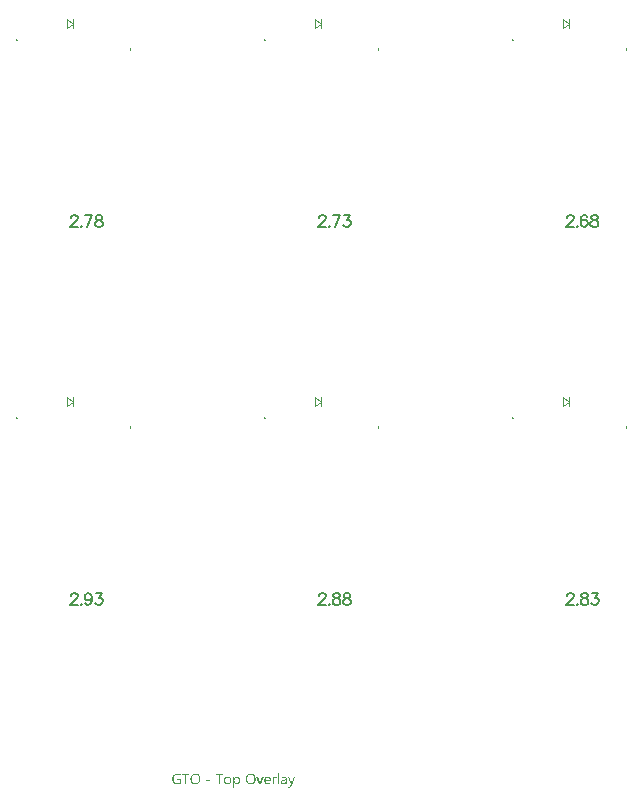
<source format=gto>
G04*
G04 #@! TF.GenerationSoftware,Altium Limited,Altium Designer,21.9.2 (33)*
G04*
G04 Layer_Color=65535*
%FSAX26Y26*%
%MOIN*%
G70*
G04*
G04 #@! TF.SameCoordinates,A79AF696-8D6D-4074-B618-5125023845C1*
G04*
G04*
G04 #@! TF.FilePolarity,Positive*
G04*
G01*
G75*
%ADD24C,0.005906*%
%ADD37C,0.006299*%
%ADD38C,0.003937*%
G36*
X-00034866Y-00798432D02*
X-00034371Y-00798463D01*
X-00033784Y-00798494D01*
X-00033166Y-00798556D01*
X-00032456Y-00798649D01*
X-00031714Y-00798741D01*
X-00030942Y-00798865D01*
X-00030138Y-00799019D01*
X-00029335Y-00799205D01*
X-00028531Y-00799421D01*
X-00027728Y-00799668D01*
X-00026924Y-00799946D01*
X-00026183Y-00800286D01*
X-00026183Y-00804829D01*
X-00026245Y-00804798D01*
X-00026368Y-00804705D01*
X-00026616Y-00804581D01*
X-00026924Y-00804396D01*
X-00027357Y-00804211D01*
X-00027852Y-00803963D01*
X-00028408Y-00803747D01*
X-00029057Y-00803469D01*
X-00029736Y-00803222D01*
X-00030509Y-00802975D01*
X-00031343Y-00802758D01*
X-00032239Y-00802573D01*
X-00033197Y-00802388D01*
X-00034186Y-00802264D01*
X-00035206Y-00802171D01*
X-00036287Y-00802140D01*
X-00036534Y-00802140D01*
X-00036843Y-00802171D01*
X-00037276Y-00802202D01*
X-00037770Y-00802264D01*
X-00038358Y-00802357D01*
X-00039006Y-00802480D01*
X-00039717Y-00802635D01*
X-00040459Y-00802851D01*
X-00041231Y-00803129D01*
X-00042035Y-00803469D01*
X-00042869Y-00803871D01*
X-00043672Y-00804334D01*
X-00044445Y-00804860D01*
X-00045217Y-00805508D01*
X-00045959Y-00806219D01*
X-00045990Y-00806250D01*
X-00046113Y-00806404D01*
X-00046299Y-00806621D01*
X-00046546Y-00806961D01*
X-00046824Y-00807362D01*
X-00047164Y-00807826D01*
X-00047504Y-00808413D01*
X-00047844Y-00809062D01*
X-00048184Y-00809773D01*
X-00048524Y-00810576D01*
X-00048864Y-00811441D01*
X-00049142Y-00812368D01*
X-00049389Y-00813357D01*
X-00049574Y-00814408D01*
X-00049698Y-00815551D01*
X-00049729Y-00816725D01*
X-00049729Y-00816756D01*
X-00049729Y-00816787D01*
X-00049729Y-00816880D01*
X-00049729Y-00817003D01*
X-00049729Y-00817189D01*
X-00049698Y-00817374D01*
X-00049667Y-00817837D01*
X-00049636Y-00818394D01*
X-00049543Y-00819043D01*
X-00049451Y-00819753D01*
X-00049296Y-00820526D01*
X-00049111Y-00821360D01*
X-00048864Y-00822225D01*
X-00048585Y-00823091D01*
X-00048245Y-00823987D01*
X-00047844Y-00824852D01*
X-00047380Y-00825686D01*
X-00046855Y-00826490D01*
X-00046237Y-00827231D01*
X-00046206Y-00827262D01*
X-00046083Y-00827386D01*
X-00045866Y-00827571D01*
X-00045588Y-00827818D01*
X-00045248Y-00828096D01*
X-00044816Y-00828436D01*
X-00044321Y-00828776D01*
X-00043734Y-00829116D01*
X-00043085Y-00829487D01*
X-00042374Y-00829827D01*
X-00041602Y-00830136D01*
X-00040737Y-00830445D01*
X-00039841Y-00830692D01*
X-00038852Y-00830877D01*
X-00037832Y-00831001D01*
X-00036720Y-00831032D01*
X-00036318Y-00831032D01*
X-00036040Y-00831001D01*
X-00035669Y-00830970D01*
X-00035267Y-00830939D01*
X-00034804Y-00830908D01*
X-00034279Y-00830816D01*
X-00033753Y-00830754D01*
X-00033166Y-00830630D01*
X-00031992Y-00830352D01*
X-00031374Y-00830167D01*
X-00030787Y-00829919D01*
X-00030200Y-00829672D01*
X-00029613Y-00829394D01*
X-00029613Y-00819537D01*
X-00037307Y-00819537D01*
X-00037307Y-00815798D01*
X-00025472Y-00815798D01*
X-00025472Y-00831742D01*
X-00025534Y-00831773D01*
X-00025719Y-00831866D01*
X-00025997Y-00832021D01*
X-00026399Y-00832206D01*
X-00026894Y-00832422D01*
X-00027481Y-00832669D01*
X-00028160Y-00832948D01*
X-00028933Y-00833226D01*
X-00029767Y-00833504D01*
X-00030694Y-00833782D01*
X-00031652Y-00834029D01*
X-00032672Y-00834245D01*
X-00033753Y-00834431D01*
X-00034897Y-00834585D01*
X-00036040Y-00834678D01*
X-00037245Y-00834709D01*
X-00037585Y-00834709D01*
X-00037739Y-00834678D01*
X-00037956Y-00834678D01*
X-00038203Y-00834647D01*
X-00038481Y-00834647D01*
X-00039130Y-00834554D01*
X-00039872Y-00834462D01*
X-00040675Y-00834307D01*
X-00041571Y-00834091D01*
X-00042529Y-00833844D01*
X-00043518Y-00833535D01*
X-00044538Y-00833133D01*
X-00045557Y-00832669D01*
X-00046577Y-00832113D01*
X-00047566Y-00831464D01*
X-00048524Y-00830723D01*
X-00049420Y-00829889D01*
X-00049481Y-00829827D01*
X-00049605Y-00829672D01*
X-00049852Y-00829394D01*
X-00050130Y-00828992D01*
X-00050501Y-00828529D01*
X-00050872Y-00827942D01*
X-00051305Y-00827231D01*
X-00051737Y-00826459D01*
X-00052170Y-00825593D01*
X-00052602Y-00824605D01*
X-00052973Y-00823554D01*
X-00053344Y-00822411D01*
X-00053622Y-00821206D01*
X-00053869Y-00819877D01*
X-00053993Y-00818486D01*
X-00054055Y-00817034D01*
X-00054055Y-00817003D01*
X-00054055Y-00816941D01*
X-00054055Y-00816818D01*
X-00054055Y-00816663D01*
X-00054024Y-00816478D01*
X-00054024Y-00816231D01*
X-00053993Y-00815984D01*
X-00053962Y-00815674D01*
X-00053931Y-00815335D01*
X-00053900Y-00814995D01*
X-00053777Y-00814191D01*
X-00053622Y-00813264D01*
X-00053406Y-00812306D01*
X-00053128Y-00811256D01*
X-00052788Y-00810174D01*
X-00052386Y-00809062D01*
X-00051892Y-00807949D01*
X-00051274Y-00806837D01*
X-00050594Y-00805725D01*
X-00049791Y-00804674D01*
X-00048894Y-00803654D01*
X-00048833Y-00803593D01*
X-00048647Y-00803438D01*
X-00048369Y-00803160D01*
X-00047967Y-00802820D01*
X-00047442Y-00802449D01*
X-00046855Y-00801986D01*
X-00046144Y-00801522D01*
X-00045310Y-00801028D01*
X-00044414Y-00800534D01*
X-00043425Y-00800070D01*
X-00042374Y-00799606D01*
X-00041200Y-00799236D01*
X-00039964Y-00798896D01*
X-00038666Y-00798618D01*
X-00037276Y-00798463D01*
X-00035824Y-00798401D01*
X-00035267Y-00798401D01*
X-00034866Y-00798432D01*
X-00034866Y-00798432D02*
G37*
G36*
X00162771Y-00808475D02*
X00163111Y-00808506D01*
X00163512Y-00808537D01*
X00163976Y-00808629D01*
X00164501Y-00808722D01*
X00165088Y-00808876D01*
X00165675Y-00809062D01*
X00166293Y-00809278D01*
X00166911Y-00809556D01*
X00167560Y-00809865D01*
X00168178Y-00810267D01*
X00168765Y-00810731D01*
X00169352Y-00811256D01*
X00169878Y-00811843D01*
X00169909Y-00811874D01*
X00170001Y-00811997D01*
X00170125Y-00812183D01*
X00170310Y-00812461D01*
X00170496Y-00812801D01*
X00170743Y-00813202D01*
X00170990Y-00813697D01*
X00171237Y-00814222D01*
X00171484Y-00814840D01*
X00171732Y-00815520D01*
X00171979Y-00816262D01*
X00172164Y-00817065D01*
X00172350Y-00817930D01*
X00172473Y-00818857D01*
X00172566Y-00819846D01*
X00172597Y-00820866D01*
X00172597Y-00820897D01*
X00172597Y-00820928D01*
X00172597Y-00821020D01*
X00172597Y-00821144D01*
X00172566Y-00821484D01*
X00172535Y-00821916D01*
X00172504Y-00822442D01*
X00172442Y-00823060D01*
X00172350Y-00823739D01*
X00172226Y-00824481D01*
X00172041Y-00825254D01*
X00171855Y-00826088D01*
X00171608Y-00826922D01*
X00171299Y-00827756D01*
X00170959Y-00828591D01*
X00170557Y-00829425D01*
X00170063Y-00830197D01*
X00169538Y-00830939D01*
X00169507Y-00830970D01*
X00169383Y-00831094D01*
X00169229Y-00831279D01*
X00168982Y-00831526D01*
X00168673Y-00831804D01*
X00168302Y-00832144D01*
X00167838Y-00832484D01*
X00167344Y-00832824D01*
X00166788Y-00833164D01*
X00166139Y-00833504D01*
X00165459Y-00833844D01*
X00164717Y-00834122D01*
X00163914Y-00834369D01*
X00163049Y-00834554D01*
X00162122Y-00834678D01*
X00161164Y-00834709D01*
X00160947Y-00834709D01*
X00160700Y-00834678D01*
X00160360Y-00834647D01*
X00159959Y-00834585D01*
X00159495Y-00834493D01*
X00158970Y-00834369D01*
X00158383Y-00834184D01*
X00157796Y-00833967D01*
X00157178Y-00833689D01*
X00156560Y-00833349D01*
X00155911Y-00832948D01*
X00155293Y-00832453D01*
X00154706Y-00831897D01*
X00154149Y-00831248D01*
X00153624Y-00830506D01*
X00153531Y-00830506D01*
X00153531Y-00845648D01*
X00149514Y-00845648D01*
X00149514Y-00809031D01*
X00153531Y-00809031D01*
X00153531Y-00813450D01*
X00153624Y-00813450D01*
X00153655Y-00813388D01*
X00153779Y-00813233D01*
X00153933Y-00812986D01*
X00154180Y-00812677D01*
X00154489Y-00812275D01*
X00154860Y-00811874D01*
X00155324Y-00811410D01*
X00155818Y-00810947D01*
X00156405Y-00810483D01*
X00157054Y-00810020D01*
X00157765Y-00809618D01*
X00158537Y-00809216D01*
X00159372Y-00808907D01*
X00160299Y-00808660D01*
X00161256Y-00808506D01*
X00162307Y-00808444D01*
X00162523Y-00808444D01*
X00162771Y-00808475D01*
X00162771Y-00808475D02*
G37*
G36*
X00292118Y-00808629D02*
X00292458Y-00808629D01*
X00292829Y-00808691D01*
X00293230Y-00808753D01*
X00293632Y-00808815D01*
X00293972Y-00808938D01*
X00293972Y-00813110D01*
X00293910Y-00813079D01*
X00293787Y-00812986D01*
X00293539Y-00812863D01*
X00293200Y-00812708D01*
X00292736Y-00812554D01*
X00292242Y-00812430D01*
X00291624Y-00812337D01*
X00290913Y-00812306D01*
X00290666Y-00812306D01*
X00290480Y-00812337D01*
X00290264Y-00812368D01*
X00290017Y-00812430D01*
X00289430Y-00812615D01*
X00289090Y-00812739D01*
X00288750Y-00812894D01*
X00288379Y-00813110D01*
X00288008Y-00813326D01*
X00287668Y-00813604D01*
X00287298Y-00813944D01*
X00286958Y-00814315D01*
X00286618Y-00814747D01*
X00286587Y-00814778D01*
X00286556Y-00814871D01*
X00286463Y-00814995D01*
X00286340Y-00815180D01*
X00286216Y-00815427D01*
X00286062Y-00815736D01*
X00285907Y-00816076D01*
X00285753Y-00816478D01*
X00285598Y-00816910D01*
X00285444Y-00817405D01*
X00285289Y-00817961D01*
X00285166Y-00818548D01*
X00285042Y-00819197D01*
X00284949Y-00819877D01*
X00284918Y-00820588D01*
X00284887Y-00821360D01*
X00284887Y-00834122D01*
X00280870Y-00834122D01*
X00280870Y-00809031D01*
X00284887Y-00809031D01*
X00284887Y-00814222D01*
X00284980Y-00814222D01*
X00284980Y-00814191D01*
X00285011Y-00814099D01*
X00285073Y-00813975D01*
X00285135Y-00813790D01*
X00285227Y-00813573D01*
X00285351Y-00813295D01*
X00285629Y-00812708D01*
X00286000Y-00812028D01*
X00286463Y-00811348D01*
X00286989Y-00810700D01*
X00287607Y-00810082D01*
X00287637Y-00810051D01*
X00287699Y-00810020D01*
X00287792Y-00809958D01*
X00287916Y-00809834D01*
X00288070Y-00809742D01*
X00288286Y-00809618D01*
X00288750Y-00809340D01*
X00289337Y-00809062D01*
X00290017Y-00808815D01*
X00290758Y-00808660D01*
X00291160Y-00808629D01*
X00291562Y-00808598D01*
X00291809Y-00808598D01*
X00292118Y-00808629D01*
X00292118Y-00808629D02*
G37*
G36*
X00072852Y-00821731D02*
X00059472Y-00821731D01*
X00059472Y-00818579D01*
X00072852Y-00818579D01*
X00072852Y-00821731D01*
X00072852Y-00821731D02*
G37*
G36*
X00344432Y-00838139D02*
X00344432Y-00838170D01*
X00344401Y-00838231D01*
X00344339Y-00838324D01*
X00344277Y-00838479D01*
X00344215Y-00838664D01*
X00344123Y-00838850D01*
X00343875Y-00839344D01*
X00343536Y-00839931D01*
X00343165Y-00840611D01*
X00342701Y-00841291D01*
X00342176Y-00842032D01*
X00341589Y-00842743D01*
X00340940Y-00843454D01*
X00340229Y-00844133D01*
X00339457Y-00844721D01*
X00338623Y-00845215D01*
X00338190Y-00845400D01*
X00337726Y-00845586D01*
X00337263Y-00845740D01*
X00336769Y-00845833D01*
X00336274Y-00845895D01*
X00335749Y-00845926D01*
X00335502Y-00845926D01*
X00335193Y-00845895D01*
X00334822Y-00845895D01*
X00334420Y-00845833D01*
X00333988Y-00845771D01*
X00333524Y-00845709D01*
X00333122Y-00845586D01*
X00333122Y-00842001D01*
X00333184Y-00842032D01*
X00333339Y-00842063D01*
X00333586Y-00842125D01*
X00333895Y-00842218D01*
X00334266Y-00842310D01*
X00334667Y-00842372D01*
X00335100Y-00842403D01*
X00335502Y-00842434D01*
X00335625Y-00842434D01*
X00335780Y-00842403D01*
X00335996Y-00842372D01*
X00336243Y-00842310D01*
X00336552Y-00842249D01*
X00336861Y-00842125D01*
X00337232Y-00841970D01*
X00337572Y-00841785D01*
X00337974Y-00841538D01*
X00338344Y-00841260D01*
X00338715Y-00840920D01*
X00339086Y-00840487D01*
X00339457Y-00840024D01*
X00339766Y-00839467D01*
X00340075Y-00838819D01*
X00342083Y-00834091D01*
X00332288Y-00809031D01*
X00336738Y-00809031D01*
X00343536Y-00828343D01*
X00343536Y-00828374D01*
X00343567Y-00828436D01*
X00343597Y-00828529D01*
X00343659Y-00828714D01*
X00343721Y-00828962D01*
X00343783Y-00829301D01*
X00343906Y-00829734D01*
X00344030Y-00830259D01*
X00344185Y-00830259D01*
X00344185Y-00830228D01*
X00344215Y-00830136D01*
X00344246Y-00830012D01*
X00344308Y-00829796D01*
X00344370Y-00829549D01*
X00344432Y-00829240D01*
X00344555Y-00828838D01*
X00344679Y-00828405D01*
X00351817Y-00809031D01*
X00355957Y-00809031D01*
X00344432Y-00838139D01*
X00344432Y-00838139D02*
G37*
G36*
X00240330Y-00834122D02*
X00236374Y-00834122D01*
X00226888Y-00809031D01*
X00231276Y-00809031D01*
X00237672Y-00827262D01*
X00237672Y-00827293D01*
X00237703Y-00827355D01*
X00237734Y-00827447D01*
X00237796Y-00827602D01*
X00237858Y-00827787D01*
X00237919Y-00827973D01*
X00238043Y-00828467D01*
X00238197Y-00828992D01*
X00238352Y-00829580D01*
X00238445Y-00830197D01*
X00238537Y-00830785D01*
X00238630Y-00830785D01*
X00238630Y-00830754D01*
X00238630Y-00830692D01*
X00238661Y-00830599D01*
X00238692Y-00830476D01*
X00238692Y-00830290D01*
X00238754Y-00830105D01*
X00238815Y-00829641D01*
X00238939Y-00829116D01*
X00239063Y-00828560D01*
X00239248Y-00827973D01*
X00239434Y-00827386D01*
X00246077Y-00809031D01*
X00250310Y-00809031D01*
X00240330Y-00834122D01*
X00240330Y-00834122D02*
G37*
G36*
X00319959Y-00808475D02*
X00320175Y-00808475D01*
X00320392Y-00808506D01*
X00320670Y-00808537D01*
X00320979Y-00808598D01*
X00321627Y-00808722D01*
X00322400Y-00808938D01*
X00323173Y-00809216D01*
X00324007Y-00809618D01*
X00324841Y-00810112D01*
X00325243Y-00810391D01*
X00325644Y-00810731D01*
X00326015Y-00811101D01*
X00326386Y-00811472D01*
X00326726Y-00811905D01*
X00327035Y-00812399D01*
X00327344Y-00812894D01*
X00327622Y-00813450D01*
X00327838Y-00814068D01*
X00328055Y-00814717D01*
X00328209Y-00815396D01*
X00328333Y-00816169D01*
X00328395Y-00816941D01*
X00328425Y-00817807D01*
X00328425Y-00834122D01*
X00324409Y-00834122D01*
X00324409Y-00830228D01*
X00324316Y-00830228D01*
X00324285Y-00830290D01*
X00324192Y-00830414D01*
X00324038Y-00830630D01*
X00323821Y-00830939D01*
X00323543Y-00831279D01*
X00323203Y-00831650D01*
X00322833Y-00832052D01*
X00322369Y-00832453D01*
X00321844Y-00832886D01*
X00321288Y-00833288D01*
X00320639Y-00833658D01*
X00319959Y-00833998D01*
X00319186Y-00834307D01*
X00318383Y-00834524D01*
X00317518Y-00834647D01*
X00316591Y-00834709D01*
X00316220Y-00834709D01*
X00315973Y-00834678D01*
X00315664Y-00834647D01*
X00315293Y-00834616D01*
X00314891Y-00834554D01*
X00314459Y-00834462D01*
X00313501Y-00834215D01*
X00313037Y-00834060D01*
X00312543Y-00833875D01*
X00312048Y-00833658D01*
X00311585Y-00833380D01*
X00311152Y-00833071D01*
X00310720Y-00832731D01*
X00310689Y-00832700D01*
X00310627Y-00832639D01*
X00310534Y-00832515D01*
X00310380Y-00832361D01*
X00310225Y-00832175D01*
X00310071Y-00831928D01*
X00309855Y-00831650D01*
X00309669Y-00831341D01*
X00309484Y-00830970D01*
X00309298Y-00830568D01*
X00309113Y-00830136D01*
X00308959Y-00829672D01*
X00308804Y-00829178D01*
X00308711Y-00828653D01*
X00308649Y-00828065D01*
X00308619Y-00827478D01*
X00308619Y-00827447D01*
X00308619Y-00827386D01*
X00308619Y-00827293D01*
X00308649Y-00827169D01*
X00308649Y-00827015D01*
X00308680Y-00826829D01*
X00308742Y-00826366D01*
X00308866Y-00825810D01*
X00309051Y-00825192D01*
X00309298Y-00824512D01*
X00309669Y-00823801D01*
X00310102Y-00823091D01*
X00310627Y-00822380D01*
X00310967Y-00822040D01*
X00311307Y-00821700D01*
X00311709Y-00821360D01*
X00312110Y-00821051D01*
X00312574Y-00820742D01*
X00313068Y-00820464D01*
X00313594Y-00820217D01*
X00314181Y-00819970D01*
X00314799Y-00819753D01*
X00315447Y-00819568D01*
X00316158Y-00819413D01*
X00316900Y-00819290D01*
X00324409Y-00818239D01*
X00324409Y-00818208D01*
X00324409Y-00818177D01*
X00324409Y-00818085D01*
X00324409Y-00817961D01*
X00324378Y-00817652D01*
X00324316Y-00817250D01*
X00324254Y-00816756D01*
X00324130Y-00816200D01*
X00323976Y-00815644D01*
X00323760Y-00815026D01*
X00323481Y-00814438D01*
X00323142Y-00813851D01*
X00322740Y-00813326D01*
X00322245Y-00812832D01*
X00321627Y-00812430D01*
X00320948Y-00812121D01*
X00320577Y-00811997D01*
X00320144Y-00811905D01*
X00319712Y-00811874D01*
X00319248Y-00811843D01*
X00319032Y-00811843D01*
X00318816Y-00811874D01*
X00318476Y-00811905D01*
X00318074Y-00811936D01*
X00317611Y-00811997D01*
X00317085Y-00812090D01*
X00316529Y-00812214D01*
X00315911Y-00812399D01*
X00315262Y-00812585D01*
X00314582Y-00812832D01*
X00313872Y-00813141D01*
X00313161Y-00813511D01*
X00312450Y-00813913D01*
X00311740Y-00814377D01*
X00311060Y-00814933D01*
X00311060Y-00810823D01*
X00311091Y-00810792D01*
X00311214Y-00810731D01*
X00311430Y-00810607D01*
X00311709Y-00810452D01*
X00312079Y-00810267D01*
X00312481Y-00810082D01*
X00312976Y-00809865D01*
X00313532Y-00809618D01*
X00314119Y-00809402D01*
X00314768Y-00809186D01*
X00315478Y-00809000D01*
X00316220Y-00808815D01*
X00317023Y-00808660D01*
X00317827Y-00808537D01*
X00318692Y-00808475D01*
X00319588Y-00808444D01*
X00319804Y-00808444D01*
X00319959Y-00808475D01*
X00319959Y-00808475D02*
G37*
G36*
X00302346Y-00834122D02*
X00298329Y-00834122D01*
X00298329Y-00796980D01*
X00302346Y-00796980D01*
X00302346Y-00834122D01*
X00302346Y-00834122D02*
G37*
G36*
X00115123Y-00802727D02*
X00104988Y-00802727D01*
X00104988Y-00834122D01*
X00100878Y-00834122D01*
X00100878Y-00802727D01*
X00090743Y-00802727D01*
X00090743Y-00798989D01*
X00115123Y-00798989D01*
X00115123Y-00802727D01*
X00115123Y-00802727D02*
G37*
G36*
X00003450Y-00802727D02*
X-00006685Y-00802727D01*
X-00006685Y-00834122D01*
X-00010795Y-00834122D01*
X-00010795Y-00802727D01*
X-00020930Y-00802727D01*
X-00020930Y-00798989D01*
X00003450Y-00798989D01*
X00003450Y-00802727D01*
X00003450Y-00802727D02*
G37*
G36*
X00264957Y-00808475D02*
X00265297Y-00808506D01*
X00265729Y-00808537D01*
X00266193Y-00808598D01*
X00266718Y-00808722D01*
X00267274Y-00808846D01*
X00267892Y-00809000D01*
X00268510Y-00809216D01*
X00269128Y-00809495D01*
X00269777Y-00809803D01*
X00270395Y-00810174D01*
X00270982Y-00810607D01*
X00271570Y-00811101D01*
X00272095Y-00811658D01*
X00272126Y-00811688D01*
X00272218Y-00811812D01*
X00272342Y-00811997D01*
X00272527Y-00812245D01*
X00272713Y-00812554D01*
X00272960Y-00812955D01*
X00273207Y-00813419D01*
X00273454Y-00813944D01*
X00273702Y-00814562D01*
X00273949Y-00815211D01*
X00274196Y-00815953D01*
X00274381Y-00816725D01*
X00274567Y-00817590D01*
X00274690Y-00818486D01*
X00274783Y-00819475D01*
X00274814Y-00820495D01*
X00274814Y-00822596D01*
X00257077Y-00822596D01*
X00257077Y-00822658D01*
X00257077Y-00822782D01*
X00257108Y-00822998D01*
X00257139Y-00823276D01*
X00257170Y-00823647D01*
X00257232Y-00824048D01*
X00257294Y-00824481D01*
X00257417Y-00824975D01*
X00257695Y-00826026D01*
X00257881Y-00826551D01*
X00258097Y-00827107D01*
X00258344Y-00827633D01*
X00258622Y-00828158D01*
X00258962Y-00828622D01*
X00259333Y-00829085D01*
X00259364Y-00829116D01*
X00259426Y-00829178D01*
X00259549Y-00829301D01*
X00259735Y-00829425D01*
X00259951Y-00829610D01*
X00260229Y-00829796D01*
X00260538Y-00830012D01*
X00260878Y-00830197D01*
X00261280Y-00830414D01*
X00261743Y-00830630D01*
X00262207Y-00830816D01*
X00262763Y-00831001D01*
X00263319Y-00831125D01*
X00263937Y-00831248D01*
X00264586Y-00831310D01*
X00265266Y-00831341D01*
X00265451Y-00831341D01*
X00265668Y-00831310D01*
X00265977Y-00831310D01*
X00266347Y-00831248D01*
X00266780Y-00831186D01*
X00267274Y-00831094D01*
X00267831Y-00831001D01*
X00268418Y-00830846D01*
X00269036Y-00830661D01*
X00269685Y-00830445D01*
X00270334Y-00830167D01*
X00271013Y-00829858D01*
X00271693Y-00829487D01*
X00272373Y-00829054D01*
X00273053Y-00828560D01*
X00273053Y-00832330D01*
X00273022Y-00832361D01*
X00272898Y-00832422D01*
X00272713Y-00832546D01*
X00272466Y-00832700D01*
X00272126Y-00832886D01*
X00271724Y-00833071D01*
X00271260Y-00833288D01*
X00270735Y-00833504D01*
X00270117Y-00833751D01*
X00269468Y-00833967D01*
X00268758Y-00834153D01*
X00267985Y-00834338D01*
X00267151Y-00834493D01*
X00266255Y-00834616D01*
X00265297Y-00834678D01*
X00264308Y-00834709D01*
X00264061Y-00834709D01*
X00263814Y-00834678D01*
X00263443Y-00834647D01*
X00262979Y-00834616D01*
X00262454Y-00834524D01*
X00261898Y-00834431D01*
X00261280Y-00834276D01*
X00260631Y-00834091D01*
X00259951Y-00833875D01*
X00259240Y-00833596D01*
X00258561Y-00833288D01*
X00257850Y-00832886D01*
X00257201Y-00832422D01*
X00256552Y-00831897D01*
X00255965Y-00831310D01*
X00255934Y-00831279D01*
X00255841Y-00831155D01*
X00255687Y-00830939D01*
X00255501Y-00830661D01*
X00255254Y-00830321D01*
X00255007Y-00829889D01*
X00254729Y-00829394D01*
X00254451Y-00828807D01*
X00254173Y-00828189D01*
X00253895Y-00827447D01*
X00253648Y-00826675D01*
X00253400Y-00825810D01*
X00253215Y-00824883D01*
X00253060Y-00823894D01*
X00252968Y-00822812D01*
X00252937Y-00821700D01*
X00252937Y-00821669D01*
X00252937Y-00821638D01*
X00252937Y-00821545D01*
X00252937Y-00821453D01*
X00252968Y-00821144D01*
X00252999Y-00820711D01*
X00253030Y-00820217D01*
X00253122Y-00819661D01*
X00253215Y-00819012D01*
X00253339Y-00818301D01*
X00253524Y-00817559D01*
X00253740Y-00816787D01*
X00254018Y-00815984D01*
X00254327Y-00815180D01*
X00254698Y-00814408D01*
X00255162Y-00813604D01*
X00255656Y-00812863D01*
X00256243Y-00812152D01*
X00256274Y-00812121D01*
X00256398Y-00811997D01*
X00256583Y-00811812D01*
X00256830Y-00811565D01*
X00257170Y-00811287D01*
X00257572Y-00810978D01*
X00258004Y-00810638D01*
X00258530Y-00810298D01*
X00259086Y-00809958D01*
X00259735Y-00809618D01*
X00260415Y-00809309D01*
X00261125Y-00809031D01*
X00261898Y-00808784D01*
X00262732Y-00808598D01*
X00263597Y-00808475D01*
X00264493Y-00808444D01*
X00264710Y-00808444D01*
X00264957Y-00808475D01*
X00264957Y-00808475D02*
G37*
G36*
X00208564Y-00798432D02*
X00208781Y-00798432D01*
X00208997Y-00798463D01*
X00209275Y-00798463D01*
X00209893Y-00798556D01*
X00210604Y-00798649D01*
X00211407Y-00798803D01*
X00212272Y-00799019D01*
X00213168Y-00799267D01*
X00214126Y-00799606D01*
X00215084Y-00800008D01*
X00216073Y-00800472D01*
X00217062Y-00801028D01*
X00217989Y-00801677D01*
X00218916Y-00802449D01*
X00219781Y-00803314D01*
X00219843Y-00803376D01*
X00219966Y-00803531D01*
X00220183Y-00803809D01*
X00220492Y-00804211D01*
X00220801Y-00804705D01*
X00221202Y-00805292D01*
X00221604Y-00805972D01*
X00222006Y-00806744D01*
X00222408Y-00807640D01*
X00222809Y-00808598D01*
X00223211Y-00809649D01*
X00223551Y-00810792D01*
X00223829Y-00812028D01*
X00224045Y-00813326D01*
X00224169Y-00814686D01*
X00224231Y-00816138D01*
X00224231Y-00816169D01*
X00224231Y-00816231D01*
X00224231Y-00816354D01*
X00224231Y-00816509D01*
X00224200Y-00816725D01*
X00224200Y-00816972D01*
X00224169Y-00817250D01*
X00224169Y-00817559D01*
X00224138Y-00817899D01*
X00224107Y-00818270D01*
X00223983Y-00819104D01*
X00223860Y-00820062D01*
X00223674Y-00821051D01*
X00223427Y-00822133D01*
X00223118Y-00823245D01*
X00222748Y-00824357D01*
X00222315Y-00825501D01*
X00221790Y-00826613D01*
X00221172Y-00827726D01*
X00220461Y-00828745D01*
X00219657Y-00829734D01*
X00219596Y-00829796D01*
X00219441Y-00829950D01*
X00219194Y-00830197D01*
X00218823Y-00830506D01*
X00218360Y-00830877D01*
X00217804Y-00831310D01*
X00217185Y-00831742D01*
X00216444Y-00832206D01*
X00215610Y-00832669D01*
X00214683Y-00833133D01*
X00213694Y-00833566D01*
X00212612Y-00833936D01*
X00211438Y-00834245D01*
X00210202Y-00834493D01*
X00208873Y-00834647D01*
X00207483Y-00834709D01*
X00207143Y-00834709D01*
X00206988Y-00834678D01*
X00206772Y-00834678D01*
X00206525Y-00834647D01*
X00206247Y-00834616D01*
X00205598Y-00834554D01*
X00204887Y-00834462D01*
X00204053Y-00834307D01*
X00203188Y-00834091D01*
X00202230Y-00833844D01*
X00201272Y-00833504D01*
X00200283Y-00833102D01*
X00199263Y-00832639D01*
X00198275Y-00832082D01*
X00197317Y-00831403D01*
X00196359Y-00830661D01*
X00195494Y-00829796D01*
X00195432Y-00829734D01*
X00195308Y-00829580D01*
X00195092Y-00829301D01*
X00194783Y-00828900D01*
X00194443Y-00828405D01*
X00194072Y-00827818D01*
X00193671Y-00827138D01*
X00193269Y-00826335D01*
X00192836Y-00825470D01*
X00192435Y-00824512D01*
X00192064Y-00823461D01*
X00191724Y-00822318D01*
X00191415Y-00821082D01*
X00191199Y-00819784D01*
X00191075Y-00818425D01*
X00191013Y-00816972D01*
X00191013Y-00816941D01*
X00191013Y-00816880D01*
X00191013Y-00816756D01*
X00191013Y-00816601D01*
X00191044Y-00816385D01*
X00191044Y-00816169D01*
X00191075Y-00815891D01*
X00191075Y-00815582D01*
X00191106Y-00815242D01*
X00191168Y-00814840D01*
X00191260Y-00814037D01*
X00191384Y-00813110D01*
X00191600Y-00812121D01*
X00191817Y-00811039D01*
X00192126Y-00809958D01*
X00192496Y-00808846D01*
X00192929Y-00807702D01*
X00193454Y-00806590D01*
X00194072Y-00805508D01*
X00194783Y-00804458D01*
X00195586Y-00803469D01*
X00195648Y-00803407D01*
X00195803Y-00803253D01*
X00196050Y-00803005D01*
X00196421Y-00802666D01*
X00196884Y-00802295D01*
X00197471Y-00801862D01*
X00198120Y-00801399D01*
X00198862Y-00800935D01*
X00199727Y-00800472D01*
X00200654Y-00800008D01*
X00201674Y-00799576D01*
X00202786Y-00799205D01*
X00203991Y-00798865D01*
X00205258Y-00798618D01*
X00206618Y-00798463D01*
X00208070Y-00798401D01*
X00208379Y-00798401D01*
X00208564Y-00798432D01*
X00208564Y-00798432D02*
G37*
G36*
X00131716Y-00808475D02*
X00132118Y-00808506D01*
X00132581Y-00808537D01*
X00133137Y-00808629D01*
X00133725Y-00808722D01*
X00134374Y-00808876D01*
X00135084Y-00809062D01*
X00135795Y-00809278D01*
X00136506Y-00809556D01*
X00137247Y-00809896D01*
X00137958Y-00810298D01*
X00138669Y-00810761D01*
X00139317Y-00811287D01*
X00139935Y-00811905D01*
X00139966Y-00811936D01*
X00140059Y-00812059D01*
X00140214Y-00812275D01*
X00140430Y-00812554D01*
X00140677Y-00812894D01*
X00140924Y-00813326D01*
X00141233Y-00813821D01*
X00141511Y-00814408D01*
X00141820Y-00815057D01*
X00142099Y-00815767D01*
X00142346Y-00816540D01*
X00142593Y-00817405D01*
X00142809Y-00818332D01*
X00142964Y-00819321D01*
X00143056Y-00820371D01*
X00143087Y-00821484D01*
X00143087Y-00821515D01*
X00143087Y-00821545D01*
X00143087Y-00821638D01*
X00143087Y-00821762D01*
X00143056Y-00822071D01*
X00143025Y-00822472D01*
X00142995Y-00822998D01*
X00142902Y-00823585D01*
X00142809Y-00824234D01*
X00142655Y-00824944D01*
X00142469Y-00825686D01*
X00142253Y-00826490D01*
X00141975Y-00827293D01*
X00141666Y-00828096D01*
X00141264Y-00828900D01*
X00140801Y-00829672D01*
X00140275Y-00830414D01*
X00139688Y-00831125D01*
X00139657Y-00831155D01*
X00139534Y-00831279D01*
X00139348Y-00831464D01*
X00139070Y-00831681D01*
X00138730Y-00831959D01*
X00138329Y-00832268D01*
X00137834Y-00832577D01*
X00137278Y-00832917D01*
X00136660Y-00833257D01*
X00135980Y-00833566D01*
X00135239Y-00833875D01*
X00134435Y-00834153D01*
X00133539Y-00834369D01*
X00132612Y-00834554D01*
X00131654Y-00834678D01*
X00130604Y-00834709D01*
X00130357Y-00834709D01*
X00130078Y-00834678D01*
X00129677Y-00834647D01*
X00129213Y-00834616D01*
X00128657Y-00834524D01*
X00128070Y-00834431D01*
X00127421Y-00834276D01*
X00126710Y-00834091D01*
X00126000Y-00833844D01*
X00125258Y-00833566D01*
X00124516Y-00833226D01*
X00123775Y-00832824D01*
X00123033Y-00832361D01*
X00122353Y-00831835D01*
X00121704Y-00831217D01*
X00121674Y-00831186D01*
X00121550Y-00831063D01*
X00121395Y-00830846D01*
X00121179Y-00830568D01*
X00120932Y-00830228D01*
X00120654Y-00829796D01*
X00120376Y-00829301D01*
X00120067Y-00828714D01*
X00119758Y-00828096D01*
X00119449Y-00827386D01*
X00119171Y-00826613D01*
X00118924Y-00825779D01*
X00118707Y-00824914D01*
X00118553Y-00823956D01*
X00118429Y-00822936D01*
X00118398Y-00821885D01*
X00118398Y-00821855D01*
X00118398Y-00821824D01*
X00118398Y-00821731D01*
X00118398Y-00821607D01*
X00118429Y-00821267D01*
X00118460Y-00820835D01*
X00118491Y-00820309D01*
X00118584Y-00819692D01*
X00118676Y-00819012D01*
X00118831Y-00818270D01*
X00119016Y-00817498D01*
X00119233Y-00816694D01*
X00119511Y-00815860D01*
X00119850Y-00815026D01*
X00120252Y-00814222D01*
X00120685Y-00813450D01*
X00121210Y-00812708D01*
X00121828Y-00811997D01*
X00121859Y-00811966D01*
X00121983Y-00811843D01*
X00122199Y-00811658D01*
X00122477Y-00811441D01*
X00122817Y-00811163D01*
X00123249Y-00810885D01*
X00123744Y-00810545D01*
X00124300Y-00810205D01*
X00124918Y-00809896D01*
X00125629Y-00809556D01*
X00126401Y-00809278D01*
X00127236Y-00809000D01*
X00128132Y-00808784D01*
X00129090Y-00808598D01*
X00130109Y-00808475D01*
X00131191Y-00808444D01*
X00131438Y-00808444D01*
X00131716Y-00808475D01*
X00131716Y-00808475D02*
G37*
G36*
X00024215Y-00798432D02*
X00024431Y-00798432D01*
X00024648Y-00798463D01*
X00024926Y-00798463D01*
X00025544Y-00798556D01*
X00026254Y-00798649D01*
X00027058Y-00798803D01*
X00027923Y-00799019D01*
X00028819Y-00799267D01*
X00029777Y-00799606D01*
X00030735Y-00800008D01*
X00031724Y-00800472D01*
X00032712Y-00801028D01*
X00033639Y-00801677D01*
X00034566Y-00802449D01*
X00035432Y-00803314D01*
X00035493Y-00803376D01*
X00035617Y-00803531D01*
X00035833Y-00803809D01*
X00036142Y-00804211D01*
X00036451Y-00804705D01*
X00036853Y-00805292D01*
X00037255Y-00805972D01*
X00037657Y-00806744D01*
X00038058Y-00807640D01*
X00038460Y-00808598D01*
X00038862Y-00809649D01*
X00039202Y-00810792D01*
X00039480Y-00812028D01*
X00039696Y-00813326D01*
X00039819Y-00814686D01*
X00039881Y-00816138D01*
X00039881Y-00816169D01*
X00039881Y-00816231D01*
X00039881Y-00816354D01*
X00039881Y-00816509D01*
X00039850Y-00816725D01*
X00039850Y-00816972D01*
X00039819Y-00817250D01*
X00039819Y-00817559D01*
X00039789Y-00817899D01*
X00039758Y-00818270D01*
X00039634Y-00819104D01*
X00039511Y-00820062D01*
X00039325Y-00821051D01*
X00039078Y-00822133D01*
X00038769Y-00823245D01*
X00038398Y-00824357D01*
X00037965Y-00825501D01*
X00037440Y-00826613D01*
X00036822Y-00827726D01*
X00036111Y-00828745D01*
X00035308Y-00829734D01*
X00035246Y-00829796D01*
X00035092Y-00829950D01*
X00034845Y-00830197D01*
X00034474Y-00830506D01*
X00034010Y-00830877D01*
X00033454Y-00831310D01*
X00032836Y-00831742D01*
X00032094Y-00832206D01*
X00031260Y-00832669D01*
X00030333Y-00833133D01*
X00029344Y-00833566D01*
X00028263Y-00833936D01*
X00027089Y-00834245D01*
X00025853Y-00834493D01*
X00024524Y-00834647D01*
X00023134Y-00834709D01*
X00022794Y-00834709D01*
X00022639Y-00834678D01*
X00022423Y-00834678D01*
X00022176Y-00834647D01*
X00021898Y-00834616D01*
X00021249Y-00834554D01*
X00020538Y-00834462D01*
X00019704Y-00834307D01*
X00018838Y-00834091D01*
X00017881Y-00833844D01*
X00016923Y-00833504D01*
X00015934Y-00833102D01*
X00014914Y-00832639D01*
X00013925Y-00832082D01*
X00012967Y-00831403D01*
X00012009Y-00830661D01*
X00011144Y-00829796D01*
X00011082Y-00829734D01*
X00010959Y-00829580D01*
X00010743Y-00829301D01*
X00010434Y-00828900D01*
X00010094Y-00828405D01*
X00009723Y-00827818D01*
X00009321Y-00827138D01*
X00008919Y-00826335D01*
X00008487Y-00825470D01*
X00008085Y-00824512D01*
X00007714Y-00823461D01*
X00007375Y-00822318D01*
X00007066Y-00821082D01*
X00006849Y-00819784D01*
X00006726Y-00818425D01*
X00006664Y-00816972D01*
X00006664Y-00816941D01*
X00006664Y-00816880D01*
X00006664Y-00816756D01*
X00006664Y-00816601D01*
X00006695Y-00816385D01*
X00006695Y-00816169D01*
X00006726Y-00815891D01*
X00006726Y-00815582D01*
X00006756Y-00815242D01*
X00006818Y-00814840D01*
X00006911Y-00814037D01*
X00007035Y-00813110D01*
X00007251Y-00812121D01*
X00007467Y-00811039D01*
X00007776Y-00809958D01*
X00008147Y-00808846D01*
X00008580Y-00807702D01*
X00009105Y-00806590D01*
X00009723Y-00805508D01*
X00010434Y-00804458D01*
X00011237Y-00803469D01*
X00011299Y-00803407D01*
X00011453Y-00803253D01*
X00011700Y-00803005D01*
X00012071Y-00802666D01*
X00012535Y-00802295D01*
X00013122Y-00801862D01*
X00013771Y-00801399D01*
X00014512Y-00800935D01*
X00015378Y-00800472D01*
X00016305Y-00800008D01*
X00017324Y-00799576D01*
X00018437Y-00799205D01*
X00019642Y-00798865D01*
X00020909Y-00798618D01*
X00022268Y-00798463D01*
X00023721Y-00798401D01*
X00024030Y-00798401D01*
X00024215Y-00798432D01*
X00024215Y-00798432D02*
G37*
%LPC*%
G36*
X00161318Y-00811843D02*
X00160978Y-00811843D01*
X00160731Y-00811874D01*
X00160422Y-00811905D01*
X00160082Y-00811966D01*
X00159712Y-00812059D01*
X00159279Y-00812152D01*
X00158846Y-00812275D01*
X00158383Y-00812430D01*
X00157919Y-00812646D01*
X00157456Y-00812863D01*
X00156992Y-00813141D01*
X00156529Y-00813481D01*
X00156065Y-00813851D01*
X00155664Y-00814284D01*
X00155633Y-00814315D01*
X00155571Y-00814408D01*
X00155478Y-00814531D01*
X00155324Y-00814717D01*
X00155169Y-00814964D01*
X00154984Y-00815242D01*
X00154798Y-00815582D01*
X00154613Y-00815953D01*
X00154397Y-00816385D01*
X00154211Y-00816849D01*
X00154026Y-00817343D01*
X00153871Y-00817899D01*
X00153717Y-00818486D01*
X00153624Y-00819073D01*
X00153562Y-00819722D01*
X00153531Y-00820402D01*
X00153531Y-00823894D01*
X00153531Y-00823925D01*
X00153531Y-00824018D01*
X00153531Y-00824203D01*
X00153562Y-00824419D01*
X00153593Y-00824697D01*
X00153624Y-00825006D01*
X00153686Y-00825346D01*
X00153779Y-00825717D01*
X00154026Y-00826551D01*
X00154180Y-00826984D01*
X00154366Y-00827447D01*
X00154613Y-00827880D01*
X00154891Y-00828343D01*
X00155200Y-00828776D01*
X00155540Y-00829178D01*
X00155571Y-00829209D01*
X00155633Y-00829270D01*
X00155756Y-00829363D01*
X00155911Y-00829518D01*
X00156096Y-00829672D01*
X00156343Y-00829858D01*
X00156621Y-00830043D01*
X00156961Y-00830259D01*
X00157301Y-00830445D01*
X00157703Y-00830661D01*
X00158136Y-00830846D01*
X00158568Y-00831001D01*
X00159063Y-00831155D01*
X00159588Y-00831248D01*
X00160144Y-00831310D01*
X00160700Y-00831341D01*
X00160855Y-00831341D01*
X00161040Y-00831310D01*
X00161318Y-00831310D01*
X00161596Y-00831248D01*
X00161967Y-00831186D01*
X00162369Y-00831094D01*
X00162771Y-00831001D01*
X00163234Y-00830846D01*
X00163698Y-00830661D01*
X00164161Y-00830445D01*
X00164655Y-00830167D01*
X00165119Y-00829858D01*
X00165583Y-00829487D01*
X00166015Y-00829054D01*
X00166417Y-00828560D01*
X00166448Y-00828529D01*
X00166510Y-00828436D01*
X00166602Y-00828282D01*
X00166757Y-00828034D01*
X00166911Y-00827756D01*
X00167066Y-00827417D01*
X00167251Y-00826984D01*
X00167467Y-00826520D01*
X00167653Y-00825995D01*
X00167838Y-00825408D01*
X00167993Y-00824790D01*
X00168178Y-00824079D01*
X00168302Y-00823338D01*
X00168394Y-00822534D01*
X00168456Y-00821669D01*
X00168487Y-00820773D01*
X00168487Y-00820711D01*
X00168487Y-00820588D01*
X00168487Y-00820371D01*
X00168456Y-00820093D01*
X00168425Y-00819722D01*
X00168394Y-00819321D01*
X00168333Y-00818888D01*
X00168240Y-00818394D01*
X00168024Y-00817343D01*
X00167869Y-00816787D01*
X00167653Y-00816262D01*
X00167436Y-00815705D01*
X00167189Y-00815180D01*
X00166880Y-00814686D01*
X00166540Y-00814222D01*
X00166510Y-00814191D01*
X00166448Y-00814130D01*
X00166355Y-00814006D01*
X00166201Y-00813851D01*
X00165984Y-00813666D01*
X00165768Y-00813481D01*
X00165490Y-00813264D01*
X00165181Y-00813017D01*
X00164810Y-00812801D01*
X00164439Y-00812585D01*
X00164007Y-00812399D01*
X00163543Y-00812214D01*
X00163018Y-00812059D01*
X00162493Y-00811936D01*
X00161936Y-00811874D01*
X00161318Y-00811843D01*
X00161318Y-00811843D02*
G37*
G36*
X00324409Y-00821453D02*
X00318352Y-00822287D01*
X00318321Y-00822287D01*
X00318228Y-00822318D01*
X00318074Y-00822318D01*
X00317889Y-00822349D01*
X00317672Y-00822411D01*
X00317394Y-00822472D01*
X00316776Y-00822596D01*
X00316096Y-00822782D01*
X00315417Y-00823029D01*
X00314737Y-00823338D01*
X00314428Y-00823492D01*
X00314150Y-00823678D01*
X00314088Y-00823739D01*
X00313933Y-00823863D01*
X00313686Y-00824110D01*
X00313439Y-00824481D01*
X00313192Y-00824975D01*
X00313068Y-00825254D01*
X00312945Y-00825562D01*
X00312852Y-00825902D01*
X00312790Y-00826304D01*
X00312759Y-00826706D01*
X00312728Y-00827169D01*
X00312728Y-00827200D01*
X00312728Y-00827262D01*
X00312728Y-00827355D01*
X00312759Y-00827478D01*
X00312790Y-00827818D01*
X00312883Y-00828251D01*
X00313037Y-00828714D01*
X00313284Y-00829240D01*
X00313594Y-00829734D01*
X00314026Y-00830197D01*
X00314057Y-00830197D01*
X00314088Y-00830259D01*
X00314273Y-00830383D01*
X00314551Y-00830568D01*
X00314953Y-00830754D01*
X00315478Y-00830970D01*
X00316065Y-00831155D01*
X00316776Y-00831279D01*
X00317549Y-00831341D01*
X00317827Y-00831341D01*
X00318043Y-00831310D01*
X00318290Y-00831279D01*
X00318599Y-00831217D01*
X00318908Y-00831155D01*
X00319279Y-00831063D01*
X00320052Y-00830816D01*
X00320453Y-00830661D01*
X00320886Y-00830445D01*
X00321288Y-00830197D01*
X00321689Y-00829919D01*
X00322091Y-00829610D01*
X00322462Y-00829240D01*
X00322493Y-00829209D01*
X00322555Y-00829147D01*
X00322647Y-00829023D01*
X00322771Y-00828869D01*
X00322925Y-00828653D01*
X00323080Y-00828405D01*
X00323265Y-00828127D01*
X00323451Y-00827787D01*
X00323605Y-00827417D01*
X00323791Y-00827015D01*
X00323945Y-00826582D01*
X00324099Y-00826119D01*
X00324223Y-00825624D01*
X00324316Y-00825099D01*
X00324378Y-00824543D01*
X00324409Y-00823956D01*
X00324409Y-00821453D01*
X00324409Y-00821453D02*
G37*
G36*
X00264432Y-00811843D02*
X00264154Y-00811843D01*
X00263968Y-00811874D01*
X00263721Y-00811905D01*
X00263412Y-00811936D01*
X00263103Y-00811997D01*
X00262763Y-00812090D01*
X00261990Y-00812337D01*
X00261589Y-00812492D01*
X00261187Y-00812708D01*
X00260785Y-00812924D01*
X00260353Y-00813202D01*
X00259982Y-00813511D01*
X00259580Y-00813882D01*
X00259549Y-00813913D01*
X00259488Y-00813975D01*
X00259395Y-00814099D01*
X00259271Y-00814253D01*
X00259117Y-00814469D01*
X00258931Y-00814686D01*
X00258746Y-00814995D01*
X00258530Y-00815304D01*
X00258313Y-00815674D01*
X00258128Y-00816076D01*
X00257912Y-00816509D01*
X00257726Y-00816972D01*
X00257541Y-00817498D01*
X00257386Y-00818023D01*
X00257232Y-00818610D01*
X00257139Y-00819197D01*
X00270704Y-00819197D01*
X00270704Y-00819166D01*
X00270704Y-00819043D01*
X00270704Y-00818857D01*
X00270673Y-00818610D01*
X00270642Y-00818332D01*
X00270612Y-00817992D01*
X00270550Y-00817621D01*
X00270488Y-00817220D01*
X00270272Y-00816354D01*
X00269963Y-00815427D01*
X00269777Y-00814995D01*
X00269561Y-00814562D01*
X00269314Y-00814160D01*
X00269005Y-00813790D01*
X00268974Y-00813759D01*
X00268943Y-00813697D01*
X00268850Y-00813604D01*
X00268696Y-00813481D01*
X00268541Y-00813326D01*
X00268325Y-00813172D01*
X00268109Y-00812986D01*
X00267831Y-00812801D01*
X00267522Y-00812646D01*
X00267182Y-00812461D01*
X00266780Y-00812306D01*
X00266378Y-00812152D01*
X00265946Y-00812028D01*
X00265482Y-00811936D01*
X00264957Y-00811874D01*
X00264432Y-00811843D01*
X00264432Y-00811843D02*
G37*
G36*
X00207761Y-00802140D02*
X00207514Y-00802140D01*
X00207236Y-00802171D01*
X00206834Y-00802202D01*
X00206370Y-00802264D01*
X00205814Y-00802357D01*
X00205227Y-00802480D01*
X00204578Y-00802635D01*
X00203868Y-00802851D01*
X00203126Y-00803098D01*
X00202384Y-00803438D01*
X00201643Y-00803809D01*
X00200870Y-00804272D01*
X00200160Y-00804798D01*
X00199449Y-00805416D01*
X00198769Y-00806126D01*
X00198738Y-00806157D01*
X00198615Y-00806312D01*
X00198460Y-00806528D01*
X00198244Y-00806837D01*
X00197966Y-00807239D01*
X00197688Y-00807733D01*
X00197379Y-00808289D01*
X00197070Y-00808938D01*
X00196730Y-00809649D01*
X00196421Y-00810452D01*
X00196143Y-00811318D01*
X00195864Y-00812245D01*
X00195648Y-00813233D01*
X00195494Y-00814315D01*
X00195370Y-00815427D01*
X00195339Y-00816632D01*
X00195339Y-00816663D01*
X00195339Y-00816694D01*
X00195339Y-00816787D01*
X00195339Y-00816910D01*
X00195339Y-00817065D01*
X00195370Y-00817250D01*
X00195401Y-00817714D01*
X00195432Y-00818270D01*
X00195525Y-00818888D01*
X00195617Y-00819599D01*
X00195772Y-00820371D01*
X00195926Y-00821175D01*
X00196173Y-00822040D01*
X00196421Y-00822905D01*
X00196761Y-00823770D01*
X00197131Y-00824635D01*
X00197595Y-00825501D01*
X00198120Y-00826304D01*
X00198707Y-00827077D01*
X00198738Y-00827107D01*
X00198862Y-00827231D01*
X00199047Y-00827447D01*
X00199325Y-00827695D01*
X00199665Y-00828004D01*
X00200067Y-00828313D01*
X00200530Y-00828683D01*
X00201056Y-00829054D01*
X00201674Y-00829425D01*
X00202323Y-00829765D01*
X00203064Y-00830105D01*
X00203837Y-00830414D01*
X00204671Y-00830661D01*
X00205567Y-00830846D01*
X00206494Y-00831001D01*
X00207483Y-00831032D01*
X00207730Y-00831032D01*
X00208039Y-00831001D01*
X00208441Y-00830970D01*
X00208935Y-00830908D01*
X00209491Y-00830846D01*
X00210109Y-00830723D01*
X00210789Y-00830568D01*
X00211500Y-00830352D01*
X00212242Y-00830105D01*
X00213014Y-00829796D01*
X00213756Y-00829425D01*
X00214528Y-00829023D01*
X00215239Y-00828498D01*
X00215950Y-00827911D01*
X00216598Y-00827262D01*
X00216629Y-00827231D01*
X00216753Y-00827077D01*
X00216907Y-00826860D01*
X00217124Y-00826551D01*
X00217371Y-00826181D01*
X00217649Y-00825717D01*
X00217958Y-00825161D01*
X00218267Y-00824512D01*
X00218576Y-00823801D01*
X00218885Y-00823029D01*
X00219163Y-00822163D01*
X00219410Y-00821206D01*
X00219627Y-00820186D01*
X00219781Y-00819104D01*
X00219905Y-00817930D01*
X00219936Y-00816694D01*
X00219936Y-00816663D01*
X00219936Y-00816601D01*
X00219936Y-00816509D01*
X00219936Y-00816385D01*
X00219936Y-00816231D01*
X00219905Y-00816014D01*
X00219874Y-00815551D01*
X00219843Y-00814964D01*
X00219750Y-00814284D01*
X00219657Y-00813542D01*
X00219534Y-00812739D01*
X00219349Y-00811905D01*
X00219132Y-00811009D01*
X00218885Y-00810112D01*
X00218576Y-00809216D01*
X00218205Y-00808351D01*
X00217773Y-00807486D01*
X00217278Y-00806683D01*
X00216691Y-00805941D01*
X00216660Y-00805910D01*
X00216537Y-00805787D01*
X00216351Y-00805601D01*
X00216104Y-00805354D01*
X00215764Y-00805045D01*
X00215362Y-00804736D01*
X00214899Y-00804396D01*
X00214374Y-00804025D01*
X00213756Y-00803685D01*
X00213076Y-00803345D01*
X00212365Y-00803005D01*
X00211562Y-00802727D01*
X00210696Y-00802480D01*
X00209769Y-00802295D01*
X00208812Y-00802171D01*
X00207761Y-00802140D01*
X00207761Y-00802140D02*
G37*
G36*
X00130882Y-00811843D02*
X00130727Y-00811843D01*
X00130511Y-00811874D01*
X00130233Y-00811874D01*
X00129924Y-00811936D01*
X00129553Y-00811966D01*
X00129120Y-00812059D01*
X00128657Y-00812183D01*
X00128194Y-00812306D01*
X00127699Y-00812492D01*
X00127174Y-00812708D01*
X00126679Y-00812955D01*
X00126154Y-00813264D01*
X00125660Y-00813604D01*
X00125196Y-00814006D01*
X00124764Y-00814469D01*
X00124733Y-00814500D01*
X00124671Y-00814593D01*
X00124547Y-00814747D01*
X00124424Y-00814964D01*
X00124238Y-00815211D01*
X00124053Y-00815551D01*
X00123837Y-00815922D01*
X00123651Y-00816354D01*
X00123435Y-00816849D01*
X00123219Y-00817405D01*
X00123033Y-00817992D01*
X00122848Y-00818641D01*
X00122724Y-00819352D01*
X00122601Y-00820093D01*
X00122539Y-00820897D01*
X00122508Y-00821731D01*
X00122508Y-00821793D01*
X00122508Y-00821916D01*
X00122539Y-00822163D01*
X00122539Y-00822472D01*
X00122570Y-00822843D01*
X00122632Y-00823276D01*
X00122693Y-00823770D01*
X00122786Y-00824296D01*
X00122910Y-00824852D01*
X00123064Y-00825408D01*
X00123249Y-00825995D01*
X00123466Y-00826582D01*
X00123713Y-00827169D01*
X00124022Y-00827726D01*
X00124362Y-00828282D01*
X00124764Y-00828776D01*
X00124794Y-00828807D01*
X00124856Y-00828900D01*
X00125011Y-00829023D01*
X00125196Y-00829178D01*
X00125412Y-00829363D01*
X00125691Y-00829580D01*
X00126031Y-00829827D01*
X00126401Y-00830043D01*
X00126803Y-00830290D01*
X00127266Y-00830537D01*
X00127761Y-00830754D01*
X00128317Y-00830939D01*
X00128904Y-00831094D01*
X00129522Y-00831217D01*
X00130171Y-00831310D01*
X00130882Y-00831341D01*
X00131067Y-00831341D01*
X00131253Y-00831310D01*
X00131531Y-00831310D01*
X00131840Y-00831248D01*
X00132210Y-00831217D01*
X00132643Y-00831125D01*
X00133107Y-00831032D01*
X00133570Y-00830908D01*
X00134065Y-00830723D01*
X00134559Y-00830537D01*
X00135053Y-00830290D01*
X00135548Y-00830012D01*
X00136011Y-00829672D01*
X00136475Y-00829270D01*
X00136876Y-00828838D01*
X00136907Y-00828807D01*
X00136969Y-00828714D01*
X00137062Y-00828560D01*
X00137216Y-00828374D01*
X00137371Y-00828096D01*
X00137556Y-00827787D01*
X00137742Y-00827417D01*
X00137927Y-00826984D01*
X00138112Y-00826490D01*
X00138329Y-00825964D01*
X00138483Y-00825377D01*
X00138638Y-00824728D01*
X00138792Y-00824048D01*
X00138885Y-00823276D01*
X00138947Y-00822472D01*
X00138978Y-00821638D01*
X00138978Y-00821576D01*
X00138978Y-00821422D01*
X00138978Y-00821175D01*
X00138947Y-00820866D01*
X00138916Y-00820464D01*
X00138854Y-00820031D01*
X00138792Y-00819506D01*
X00138730Y-00818981D01*
X00138452Y-00817807D01*
X00138298Y-00817220D01*
X00138082Y-00816601D01*
X00137865Y-00816014D01*
X00137556Y-00815458D01*
X00137247Y-00814902D01*
X00136876Y-00814408D01*
X00136845Y-00814377D01*
X00136784Y-00814284D01*
X00136660Y-00814160D01*
X00136475Y-00814006D01*
X00136258Y-00813821D01*
X00136011Y-00813604D01*
X00135702Y-00813357D01*
X00135331Y-00813110D01*
X00134930Y-00812894D01*
X00134497Y-00812646D01*
X00134003Y-00812430D01*
X00133477Y-00812245D01*
X00132890Y-00812090D01*
X00132272Y-00811966D01*
X00131593Y-00811874D01*
X00130882Y-00811843D01*
X00130882Y-00811843D02*
G37*
G36*
X00023412Y-00802140D02*
X00023164Y-00802140D01*
X00022886Y-00802171D01*
X00022485Y-00802202D01*
X00022021Y-00802264D01*
X00021465Y-00802357D01*
X00020878Y-00802480D01*
X00020229Y-00802635D01*
X00019518Y-00802851D01*
X00018777Y-00803098D01*
X00018035Y-00803438D01*
X00017293Y-00803809D01*
X00016521Y-00804272D01*
X00015810Y-00804798D01*
X00015100Y-00805416D01*
X00014420Y-00806126D01*
X00014389Y-00806157D01*
X00014265Y-00806312D01*
X00014111Y-00806528D01*
X00013894Y-00806837D01*
X00013616Y-00807239D01*
X00013338Y-00807733D01*
X00013029Y-00808289D01*
X00012720Y-00808938D01*
X00012380Y-00809649D01*
X00012071Y-00810452D01*
X00011793Y-00811318D01*
X00011515Y-00812245D01*
X00011299Y-00813233D01*
X00011144Y-00814315D01*
X00011021Y-00815427D01*
X00010990Y-00816632D01*
X00010990Y-00816663D01*
X00010990Y-00816694D01*
X00010990Y-00816787D01*
X00010990Y-00816910D01*
X00010990Y-00817065D01*
X00011021Y-00817250D01*
X00011052Y-00817714D01*
X00011082Y-00818270D01*
X00011175Y-00818888D01*
X00011268Y-00819599D01*
X00011422Y-00820371D01*
X00011577Y-00821175D01*
X00011824Y-00822040D01*
X00012071Y-00822905D01*
X00012411Y-00823770D01*
X00012782Y-00824635D01*
X00013245Y-00825501D01*
X00013771Y-00826304D01*
X00014358Y-00827077D01*
X00014389Y-00827107D01*
X00014512Y-00827231D01*
X00014698Y-00827447D01*
X00014976Y-00827695D01*
X00015316Y-00828004D01*
X00015717Y-00828313D01*
X00016181Y-00828683D01*
X00016706Y-00829054D01*
X00017324Y-00829425D01*
X00017973Y-00829765D01*
X00018715Y-00830105D01*
X00019487Y-00830414D01*
X00020322Y-00830661D01*
X00021218Y-00830846D01*
X00022145Y-00831001D01*
X00023134Y-00831032D01*
X00023381Y-00831032D01*
X00023690Y-00831001D01*
X00024091Y-00830970D01*
X00024586Y-00830908D01*
X00025142Y-00830846D01*
X00025760Y-00830723D01*
X00026440Y-00830568D01*
X00027151Y-00830352D01*
X00027892Y-00830105D01*
X00028665Y-00829796D01*
X00029406Y-00829425D01*
X00030179Y-00829023D01*
X00030889Y-00828498D01*
X00031600Y-00827911D01*
X00032249Y-00827262D01*
X00032280Y-00827231D01*
X00032404Y-00827077D01*
X00032558Y-00826860D01*
X00032774Y-00826551D01*
X00033022Y-00826181D01*
X00033300Y-00825717D01*
X00033609Y-00825161D01*
X00033918Y-00824512D01*
X00034227Y-00823801D01*
X00034536Y-00823029D01*
X00034814Y-00822163D01*
X00035061Y-00821206D01*
X00035277Y-00820186D01*
X00035432Y-00819104D01*
X00035555Y-00817930D01*
X00035586Y-00816694D01*
X00035586Y-00816663D01*
X00035586Y-00816601D01*
X00035586Y-00816509D01*
X00035586Y-00816385D01*
X00035586Y-00816231D01*
X00035555Y-00816014D01*
X00035524Y-00815551D01*
X00035493Y-00814964D01*
X00035401Y-00814284D01*
X00035308Y-00813542D01*
X00035184Y-00812739D01*
X00034999Y-00811905D01*
X00034783Y-00811009D01*
X00034536Y-00810112D01*
X00034227Y-00809216D01*
X00033856Y-00808351D01*
X00033423Y-00807486D01*
X00032929Y-00806683D01*
X00032342Y-00805941D01*
X00032311Y-00805910D01*
X00032187Y-00805787D01*
X00032002Y-00805601D01*
X00031755Y-00805354D01*
X00031415Y-00805045D01*
X00031013Y-00804736D01*
X00030549Y-00804396D01*
X00030024Y-00804025D01*
X00029406Y-00803685D01*
X00028726Y-00803345D01*
X00028016Y-00803005D01*
X00027212Y-00802727D01*
X00026347Y-00802480D01*
X00025420Y-00802295D01*
X00024462Y-00802171D01*
X00023412Y-00802140D01*
X00023412Y-00802140D02*
G37*
%LPD*%
D24*
X-00572047Y00384297D02*
G03*
X-00572047Y00384297I00000000J00001968D01*
G01*
X-00192913Y00353065D02*
G03*
X-00192913Y00353065I00000000J00001968D01*
G01*
X00254725Y00384297D02*
G03*
X00254725Y00384297I00000000J00001968D01*
G01*
X00633858Y00353065D02*
G03*
X00633858Y00353065I00000000J00001968D01*
G01*
X01081496Y00384297D02*
G03*
X01081496Y00384297I00000000J00001968D01*
G01*
X01460630Y00353065D02*
G03*
X01460630Y00353065I00000000J00001968D01*
G01*
X01460630Y01612908D02*
G03*
X01460630Y01612908I00000000J00001968D01*
G01*
X01081496Y01644141D02*
G03*
X01081496Y01644141I00000000J00001968D01*
G01*
X00633858Y01612908D02*
G03*
X00633858Y01612908I00000000J00001968D01*
G01*
X00254725Y01644141D02*
G03*
X00254725Y01644141I00000000J00001968D01*
G01*
X-00192913Y01612908D02*
G03*
X-00192913Y01612908I00000000J00001968D01*
G01*
X-00572047Y01644141D02*
G03*
X-00572047Y01644141I00000000J00001968D01*
G01*
D37*
X-00393701Y-00236220D02*
X-00367460Y-00236220D01*
X-00374957Y-00217477D02*
X-00393701Y-00236220D01*
X-00391826Y-00206231D02*
X-00391826Y-00204356D01*
X-00389952Y-00200608D01*
X-00388078Y-00198733D01*
X-00384329Y-00196859D01*
X-00376832Y-00196859D01*
X-00373083Y-00198733D01*
X-00371208Y-00200608D01*
X-00369334Y-00204356D01*
X-00369334Y-00208105D01*
X-00371208Y-00211854D01*
X-00374957Y-00217477D01*
X-00344405Y-00215602D02*
X-00346279Y-00209979D01*
X-00346279Y-00208105D01*
X-00344405Y-00202482D01*
X-00340656Y-00198733D01*
X-00335033Y-00196859D01*
X-00333159Y-00196859D01*
X-00327536Y-00198733D01*
X-00323787Y-00202482D01*
X-00321913Y-00209979D01*
X-00323787Y-00215602D01*
X-00327536Y-00219351D01*
X-00333159Y-00221226D01*
X-00335033Y-00221226D01*
X-00340656Y-00219351D01*
X-00344405Y-00215602D01*
X-00344405Y-00230597D02*
X-00342531Y-00234346D01*
X-00336908Y-00236220D01*
X-00333159Y-00236220D01*
X-00327536Y-00234346D01*
X-00323787Y-00228723D01*
X-00321913Y-00219351D01*
X-00321913Y-00209979D01*
X-00298108Y-00211854D02*
X-00292485Y-00211854D01*
X-00288736Y-00213728D01*
X-00286862Y-00215602D01*
X-00284988Y-00221226D01*
X-00284988Y-00224974D01*
X-00286862Y-00230597D01*
X-00290611Y-00234346D01*
X-00296234Y-00236220D01*
X-00301857Y-00236220D01*
X-00307480Y-00234346D01*
X-00309354Y-00232472D01*
X-00311229Y-00228723D01*
X-00298108Y-00211854D02*
X-00286862Y-00196859D01*
X-00307480Y-00196859D01*
X-00356776Y-00232472D02*
X-00358650Y-00234346D01*
X-00356776Y-00236220D01*
X-00354901Y-00234346D01*
X-00356776Y-00232472D01*
X00433071Y-00236220D02*
X00459312Y-00236220D01*
X00468121Y-00234346D02*
X00469996Y-00236220D01*
X00471870Y-00234346D01*
X00469996Y-00232472D01*
X00468121Y-00234346D01*
X00484241Y-00234346D02*
X00482367Y-00232472D01*
X00480492Y-00228723D01*
X00480492Y-00223100D01*
X00482367Y-00219351D01*
X00486115Y-00215602D01*
X00491738Y-00213728D01*
X00499236Y-00211854D01*
X00502985Y-00209979D01*
X00504859Y-00206231D01*
X00504859Y-00202482D01*
X00502985Y-00198733D01*
X00497361Y-00196859D01*
X00489864Y-00196859D01*
X00484241Y-00198733D01*
X00482367Y-00202482D01*
X00482367Y-00206231D01*
X00484241Y-00209979D01*
X00487990Y-00211854D01*
X00495487Y-00213728D01*
X00501110Y-00215602D01*
X00504859Y-00219351D01*
X00506733Y-00223100D01*
X00506733Y-00228723D01*
X00504859Y-00232472D01*
X00502985Y-00234346D01*
X00497361Y-00236220D01*
X00489864Y-00236220D01*
X00484241Y-00234346D01*
X00519292Y-00234346D02*
X00517417Y-00232472D01*
X00515543Y-00228723D01*
X00515543Y-00223100D01*
X00517417Y-00219351D01*
X00521166Y-00215602D01*
X00526789Y-00213728D01*
X00534287Y-00211854D01*
X00538035Y-00209979D01*
X00539909Y-00206231D01*
X00539909Y-00202482D01*
X00538035Y-00198733D01*
X00532412Y-00196859D01*
X00524915Y-00196859D01*
X00519292Y-00198733D01*
X00517417Y-00202482D01*
X00517417Y-00206231D01*
X00519292Y-00209979D01*
X00523040Y-00211854D01*
X00530538Y-00213728D01*
X00536161Y-00215602D01*
X00539909Y-00219351D01*
X00541784Y-00223100D01*
X00541784Y-00228723D01*
X00539909Y-00232472D01*
X00538035Y-00234346D01*
X00532412Y-00236220D01*
X00524915Y-00236220D01*
X00519292Y-00234346D01*
X00451815Y-00217477D02*
X00433071Y-00236220D01*
X00434945Y-00206231D02*
X00434945Y-00204356D01*
X00436820Y-00200608D01*
X00438694Y-00198733D01*
X00442443Y-00196859D01*
X00449940Y-00196859D01*
X00453689Y-00198733D01*
X00455563Y-00200608D01*
X00457438Y-00204356D01*
X00457438Y-00208105D01*
X00455563Y-00211854D01*
X00451815Y-00217477D01*
X01261717Y-00206231D02*
X01261717Y-00204356D01*
X01263591Y-00200608D01*
X01265466Y-00198733D01*
X01269214Y-00196859D01*
X01276712Y-00196859D01*
X01280460Y-00198733D01*
X01282335Y-00200608D01*
X01284209Y-00204356D01*
X01284209Y-00208105D01*
X01282335Y-00211854D01*
X01278586Y-00217477D01*
X01259842Y-00236220D01*
X01286083Y-00236220D01*
X01294893Y-00234346D02*
X01296767Y-00236220D01*
X01298642Y-00234346D01*
X01296767Y-00232472D01*
X01294893Y-00234346D01*
X01311013Y-00234346D02*
X01309138Y-00232472D01*
X01307264Y-00228723D01*
X01307264Y-00223100D01*
X01309138Y-00219351D01*
X01312887Y-00215602D01*
X01318510Y-00213728D01*
X01326007Y-00211854D01*
X01329756Y-00209979D01*
X01331630Y-00206231D01*
X01331630Y-00202482D01*
X01329756Y-00198733D01*
X01324133Y-00196859D01*
X01316636Y-00196859D01*
X01311013Y-00198733D01*
X01309138Y-00202482D01*
X01309138Y-00206231D01*
X01311013Y-00209979D01*
X01314761Y-00211854D01*
X01322259Y-00213728D01*
X01327882Y-00215602D01*
X01331630Y-00219351D01*
X01333505Y-00223100D01*
X01333505Y-00228723D01*
X01331630Y-00232472D01*
X01329756Y-00234346D01*
X01324133Y-00236220D01*
X01316636Y-00236220D01*
X01311013Y-00234346D01*
X01346063Y-00234346D02*
X01344189Y-00232472D01*
X01342314Y-00228723D01*
X01346063Y-00234346D02*
X01351686Y-00236220D01*
X01357309Y-00236220D01*
X01362932Y-00234346D01*
X01366681Y-00230597D01*
X01368555Y-00224974D01*
X01368555Y-00221226D01*
X01366681Y-00215602D01*
X01364807Y-00213728D01*
X01361058Y-00211854D01*
X01355435Y-00211854D01*
X01366681Y-00196859D01*
X01346063Y-00196859D01*
X01364619Y01027371D02*
X01362745Y01025496D01*
X01357122Y01023622D01*
X01349624Y01023622D01*
X01344001Y01025496D01*
X01342127Y01027371D01*
X01340253Y01031120D01*
X01340253Y01036743D01*
X01342127Y01040491D01*
X01345876Y01044240D01*
X01351499Y01046114D01*
X01358996Y01047989D01*
X01362745Y01049863D01*
X01364619Y01053612D01*
X01364619Y01057361D01*
X01362745Y01061109D01*
X01357122Y01062984D01*
X01349624Y01062984D01*
X01344001Y01061109D01*
X01342127Y01057361D01*
X01342127Y01053612D01*
X01344001Y01049863D01*
X01347750Y01047989D01*
X01355248Y01046114D01*
X01360871Y01044240D01*
X01364619Y01040491D01*
X01366494Y01036743D01*
X01366494Y01031120D01*
X01364619Y01027371D01*
X01329756Y01029245D02*
X01331631Y01034868D01*
X01331631Y01036743D01*
X01329756Y01042366D01*
X01326008Y01046114D01*
X01320384Y01047989D01*
X01318510Y01047989D01*
X01312887Y01046114D01*
X01309138Y01042366D01*
X01307264Y01036743D01*
X01309138Y01029245D01*
X01312887Y01025496D01*
X01318510Y01023622D01*
X01320384Y01023622D01*
X01326008Y01025496D01*
X01329756Y01029245D01*
X01329756Y01057361D02*
X01327882Y01061109D01*
X01322259Y01062984D01*
X01318510Y01062984D01*
X01312887Y01061109D01*
X01309138Y01055486D01*
X01307264Y01046114D01*
X01307264Y01036743D01*
X01296767Y01027371D02*
X01294893Y01025496D01*
X01296767Y01023622D01*
X01298642Y01025496D01*
X01296767Y01027371D01*
X01286084Y01023622D02*
X01259842Y01023622D01*
X01278586Y01042366D01*
X01282335Y01047989D01*
X01284209Y01051737D01*
X01284209Y01055486D01*
X01282335Y01059235D01*
X01280460Y01061109D01*
X01276712Y01062984D01*
X01269214Y01062984D01*
X01265466Y01061109D01*
X01263591Y01059235D01*
X01261717Y01055486D01*
X01261717Y01053612D01*
X00538035Y01046114D02*
X00539910Y01044240D01*
X00541784Y01038617D01*
X00541784Y01034868D01*
X00539910Y01029245D01*
X00536161Y01025496D01*
X00530538Y01023622D01*
X00524915Y01023622D01*
X00519292Y01025496D01*
X00517417Y01027371D01*
X00515543Y01031120D01*
X00528663Y01047989D02*
X00534287Y01047989D01*
X00538035Y01046114D01*
X00528663Y01047989D02*
X00539910Y01062984D01*
X00519292Y01062984D01*
X00506733Y01062984D02*
X00487990Y01023622D01*
X00469996Y01023622D02*
X00471870Y01025496D01*
X00469996Y01027371D01*
X00468122Y01025496D01*
X00469996Y01023622D01*
X00459312Y01023622D02*
X00433071Y01023622D01*
X00451815Y01042366D01*
X00455563Y01047989D01*
X00457438Y01051737D01*
X00457438Y01055486D01*
X00455563Y01059235D01*
X00453689Y01061109D01*
X00449940Y01062984D01*
X00442443Y01062984D01*
X00438694Y01061109D01*
X00436820Y01059235D01*
X00434945Y01055486D01*
X00434945Y01053612D01*
X00480492Y01062984D02*
X00506733Y01062984D01*
X-00288736Y01061109D02*
X-00294360Y01062984D01*
X-00301857Y01062984D01*
X-00307480Y01061109D01*
X-00309354Y01057361D01*
X-00309354Y01053612D01*
X-00307480Y01049863D01*
X-00303731Y01047989D01*
X-00296234Y01046114D01*
X-00290611Y01044240D01*
X-00286862Y01040491D01*
X-00284988Y01036743D01*
X-00284988Y01031120D01*
X-00286862Y01027371D01*
X-00288736Y01025496D01*
X-00294360Y01023622D01*
X-00301857Y01023622D01*
X-00307480Y01025496D01*
X-00309354Y01027371D01*
X-00311229Y01031120D01*
X-00311229Y01036743D01*
X-00309354Y01040491D01*
X-00305606Y01044240D01*
X-00299983Y01046114D01*
X-00292485Y01047989D01*
X-00288736Y01049863D01*
X-00286862Y01053612D01*
X-00286862Y01057361D01*
X-00288736Y01061109D01*
X-00320038Y01062984D02*
X-00338782Y01023622D01*
X-00356776Y01023622D02*
X-00354902Y01025496D01*
X-00356776Y01027371D01*
X-00358650Y01025496D01*
X-00356776Y01023622D01*
X-00346279Y01062984D02*
X-00320038Y01062984D01*
X-00373083Y01061109D02*
X-00371209Y01059235D01*
X-00369334Y01055486D01*
X-00369334Y01051737D01*
X-00371209Y01047989D01*
X-00374957Y01042366D01*
X-00393701Y01023622D01*
X-00367460Y01023622D01*
X-00373083Y01061109D02*
X-00376832Y01062984D01*
X-00384329Y01062984D01*
X-00388078Y01061109D01*
X-00389952Y01059235D01*
X-00391827Y01055486D01*
X-00391827Y01053612D01*
D38*
X-00403543Y00426179D02*
X-00383858Y00440943D01*
X-00403543Y00455707D01*
X-00403543Y00426179D01*
X-00383858Y00426179D02*
X-00383858Y00455707D01*
X00423229Y00426179D02*
X00442914Y00440943D01*
X00423229Y00455707D01*
X00423229Y00426179D01*
X00442914Y00426179D02*
X00442914Y00455707D01*
X01250001Y00426179D02*
X01269686Y00440943D01*
X01250001Y00455707D01*
X01250001Y00426179D01*
X01269686Y00426179D02*
X01269686Y00455707D01*
X01269686Y01686023D02*
X01269686Y01715550D01*
X01269686Y01700786D02*
X01250001Y01686023D01*
X01250001Y01715550D01*
X01269686Y01700786D01*
X00442914Y01700786D02*
X00423229Y01686023D01*
X00423229Y01715550D01*
X00442914Y01700786D01*
X00442914Y01715550D02*
X00442914Y01686023D01*
X-00383858Y01686023D02*
X-00383858Y01715550D01*
X-00383858Y01700786D02*
X-00403543Y01686023D01*
X-00403543Y01715550D01*
X-00383858Y01700786D01*
M02*

</source>
